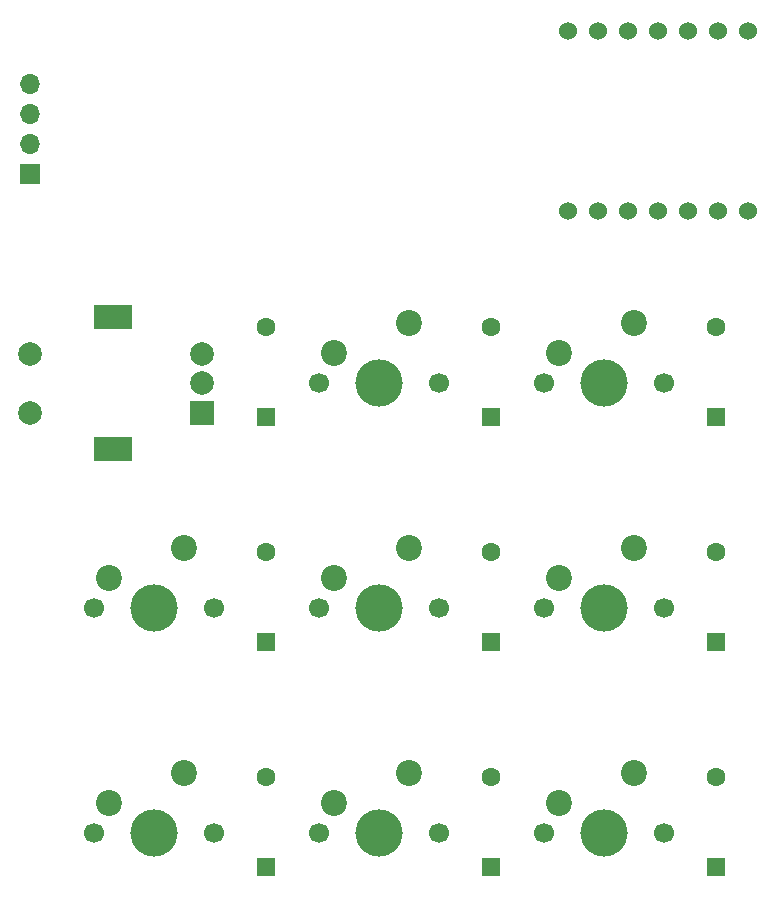
<source format=gbs>
G04 #@! TF.GenerationSoftware,KiCad,Pcbnew,9.0.3*
G04 #@! TF.CreationDate,2025-07-29T19:53:29+10:00*
G04 #@! TF.ProjectId,NyaPad,4e796150-6164-42e6-9b69-6361645f7063,rev?*
G04 #@! TF.SameCoordinates,Original*
G04 #@! TF.FileFunction,Soldermask,Bot*
G04 #@! TF.FilePolarity,Negative*
%FSLAX46Y46*%
G04 Gerber Fmt 4.6, Leading zero omitted, Abs format (unit mm)*
G04 Created by KiCad (PCBNEW 9.0.3) date 2025-07-29 19:53:29*
%MOMM*%
%LPD*%
G01*
G04 APERTURE LIST*
G04 Aperture macros list*
%AMRoundRect*
0 Rectangle with rounded corners*
0 $1 Rounding radius*
0 $2 $3 $4 $5 $6 $7 $8 $9 X,Y pos of 4 corners*
0 Add a 4 corners polygon primitive as box body*
4,1,4,$2,$3,$4,$5,$6,$7,$8,$9,$2,$3,0*
0 Add four circle primitives for the rounded corners*
1,1,$1+$1,$2,$3*
1,1,$1+$1,$4,$5*
1,1,$1+$1,$6,$7*
1,1,$1+$1,$8,$9*
0 Add four rect primitives between the rounded corners*
20,1,$1+$1,$2,$3,$4,$5,0*
20,1,$1+$1,$4,$5,$6,$7,0*
20,1,$1+$1,$6,$7,$8,$9,0*
20,1,$1+$1,$8,$9,$2,$3,0*%
G04 Aperture macros list end*
%ADD10C,1.700000*%
%ADD11C,4.000000*%
%ADD12C,2.200000*%
%ADD13R,1.700000X1.700000*%
%ADD14O,1.700000X1.700000*%
%ADD15C,1.524000*%
%ADD16R,2.000000X2.000000*%
%ADD17C,2.000000*%
%ADD18R,3.200000X2.000000*%
%ADD19RoundRect,0.250000X0.550000X-0.550000X0.550000X0.550000X-0.550000X0.550000X-0.550000X-0.550000X0*%
%ADD20C,1.600000*%
G04 APERTURE END LIST*
D10*
X128746250Y-98757725D03*
D11*
X133826250Y-98757725D03*
D10*
X138906250Y-98757725D03*
D12*
X136366250Y-93677725D03*
X130016250Y-96217725D03*
D13*
X104305000Y-81021475D03*
D14*
X104305000Y-78481475D03*
X104305000Y-75941475D03*
X104305000Y-73401475D03*
D10*
X147796250Y-98757725D03*
D11*
X152876250Y-98757725D03*
D10*
X157956250Y-98757725D03*
D12*
X155416250Y-93677725D03*
X149066250Y-96217725D03*
D10*
X147796250Y-136857725D03*
D11*
X152876250Y-136857725D03*
D10*
X157956250Y-136857725D03*
D12*
X155416250Y-131777725D03*
X149066250Y-134317725D03*
D10*
X109696250Y-136857725D03*
D11*
X114776250Y-136857725D03*
D10*
X119856250Y-136857725D03*
D12*
X117316250Y-131777725D03*
X110966250Y-134317725D03*
D10*
X128746250Y-136857725D03*
D11*
X133826250Y-136857725D03*
D10*
X138906250Y-136857725D03*
D12*
X136366250Y-131777725D03*
X130016250Y-134317725D03*
D10*
X128746250Y-117807725D03*
D11*
X133826250Y-117807725D03*
D10*
X138906250Y-117807725D03*
D12*
X136366250Y-112727725D03*
X130016250Y-115267725D03*
D10*
X147796250Y-117807725D03*
D11*
X152876250Y-117807725D03*
D10*
X157956250Y-117807725D03*
D12*
X155416250Y-112727725D03*
X149066250Y-115267725D03*
D15*
X165120000Y-68880000D03*
X162580000Y-68880000D03*
X160040000Y-68880000D03*
X157500000Y-68880000D03*
X154960000Y-68880000D03*
X152420000Y-68880000D03*
X149880000Y-68880000D03*
X149880000Y-84120000D03*
X152420000Y-84120000D03*
X154960000Y-84120000D03*
X157500000Y-84120000D03*
X160040000Y-84120000D03*
X162580000Y-84120000D03*
X165120000Y-84120000D03*
D16*
X118820000Y-101250000D03*
D17*
X118820000Y-96250000D03*
X118820000Y-98750000D03*
D18*
X111320000Y-104350000D03*
X111320000Y-93150000D03*
D17*
X104320000Y-96250000D03*
X104320000Y-101250000D03*
D10*
X109696250Y-117807725D03*
D11*
X114776250Y-117807725D03*
D10*
X119856250Y-117807725D03*
D12*
X117316250Y-112727725D03*
X110966250Y-115267725D03*
D19*
X143351250Y-101615225D03*
D20*
X143351250Y-93995225D03*
D19*
X162401250Y-101615225D03*
D20*
X162401250Y-93995225D03*
D19*
X143351250Y-120665225D03*
D20*
X143351250Y-113045225D03*
D19*
X124301250Y-120665225D03*
D20*
X124301250Y-113045225D03*
D19*
X143351250Y-139715225D03*
D20*
X143351250Y-132095225D03*
D19*
X162401250Y-139715225D03*
D20*
X162401250Y-132095225D03*
D19*
X124301250Y-101615225D03*
D20*
X124301250Y-93995225D03*
D19*
X162401250Y-120665225D03*
D20*
X162401250Y-113045225D03*
D19*
X124301250Y-139715225D03*
D20*
X124301250Y-132095225D03*
M02*

</source>
